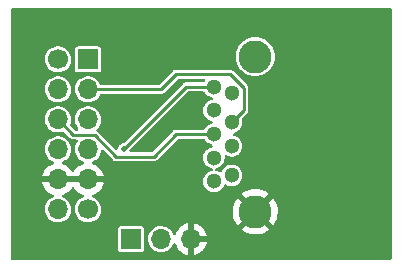
<source format=gbl>
%TF.GenerationSoftware,KiCad,Pcbnew,6.0.11-2627ca5db0~126~ubuntu22.04.1*%
%TF.CreationDate,2023-02-25T21:45:27+01:00*%
%TF.ProjectId,pmod,706d6f64-2e6b-4696-9361-645f70636258,0.7*%
%TF.SameCoordinates,Original*%
%TF.FileFunction,Copper,L2,Bot*%
%TF.FilePolarity,Positive*%
%FSLAX46Y46*%
G04 Gerber Fmt 4.6, Leading zero omitted, Abs format (unit mm)*
G04 Created by KiCad (PCBNEW 6.0.11-2627ca5db0~126~ubuntu22.04.1) date 2023-02-25 21:45:27*
%MOMM*%
%LPD*%
G01*
G04 APERTURE LIST*
%TA.AperFunction,ComponentPad*%
%ADD10R,1.700000X1.700000*%
%TD*%
%TA.AperFunction,ComponentPad*%
%ADD11O,1.700000X1.700000*%
%TD*%
%TA.AperFunction,ComponentPad*%
%ADD12C,1.700000*%
%TD*%
%TA.AperFunction,ComponentPad*%
%ADD13C,1.300000*%
%TD*%
%TA.AperFunction,ComponentPad*%
%ADD14C,2.800000*%
%TD*%
%TA.AperFunction,ViaPad*%
%ADD15C,0.500000*%
%TD*%
%TA.AperFunction,Conductor*%
%ADD16C,0.250000*%
%TD*%
G04 APERTURE END LIST*
D10*
%TO.P,J1,1,Pin_1*%
%TO.N,/D0*%
X143212400Y-68795480D03*
D11*
%TO.P,J1,2,Pin_2*%
%TO.N,/D1*%
X143212400Y-71335480D03*
%TO.P,J1,3,Pin_3*%
%TO.N,/D2*%
X143212400Y-73875480D03*
%TO.P,J1,4,Pin_4*%
%TO.N,/D3*%
X143212400Y-76415480D03*
%TO.P,J1,5,Pin_5*%
%TO.N,GND*%
X143212400Y-78955480D03*
D12*
%TO.P,J1,6,Pin_6*%
%TO.N,/3V3*%
X143212400Y-81495480D03*
%TO.P,J1,7,Pin_7*%
%TO.N,/D4*%
X140672400Y-68795480D03*
D11*
%TO.P,J1,8,Pin_8*%
%TO.N,/D5*%
X140672400Y-71335480D03*
%TO.P,J1,9,Pin_9*%
%TO.N,/D6*%
X140672400Y-73875480D03*
%TO.P,J1,10,Pin_10*%
%TO.N,/D7*%
X140672400Y-76415480D03*
%TO.P,J1,11,Pin_11*%
%TO.N,GND*%
X140672400Y-78955480D03*
%TO.P,J1,12,Pin_12*%
%TO.N,/3V3*%
X140672400Y-81495480D03*
%TD*%
D13*
%TO.P,J2,1,VBUS*%
%TO.N,/VBUS*%
X155383000Y-78615000D03*
%TO.P,J2,2,D-*%
%TO.N,/D5*%
X155383000Y-76115000D03*
%TO.P,J2,3,D+*%
%TO.N,/D1*%
X155383000Y-74115000D03*
%TO.P,J2,4,GND*%
%TO.N,GND*%
X155383000Y-71615000D03*
%TO.P,J2,5,SSRX-*%
%TO.N,/D3*%
X153883000Y-71115000D03*
%TO.P,J2,6,SSRX+*%
%TO.N,/D0*%
X153883000Y-73115000D03*
%TO.P,J2,7,DRAIN*%
%TO.N,/D6*%
X153883000Y-75115000D03*
%TO.P,J2,8,SSTX-*%
%TO.N,/D2*%
X153883000Y-77115000D03*
%TO.P,J2,9,SSTX+*%
%TO.N,/D7*%
X153883000Y-79115000D03*
D14*
%TO.P,J2,10,SHIELD*%
%TO.N,GND*%
X157383000Y-81685000D03*
%TO.P,J2,11*%
%TO.N,N/C*%
X157383000Y-68545000D03*
%TD*%
D10*
%TO.P,JP1,1,Pin_1*%
%TO.N,/3V3*%
X146870000Y-84005000D03*
D11*
%TO.P,JP1,2,Pin_2*%
%TO.N,/VBUS*%
X149410000Y-84005000D03*
%TO.P,JP1,3,Pin_3*%
%TO.N,GND*%
X151950000Y-84005000D03*
%TD*%
D15*
%TO.N,/D3*%
X146235000Y-76385000D03*
%TO.N,GND*%
X150680000Y-73845000D03*
%TD*%
D16*
%TO.N,/D1*%
X156408000Y-73090000D02*
X155383000Y-74115000D01*
X149379520Y-71335480D02*
X150680000Y-70035000D01*
X143212400Y-71335480D02*
X149379520Y-71335480D01*
X150680000Y-70035000D02*
X155252569Y-70035000D01*
X156408000Y-71190431D02*
X156408000Y-73090000D01*
X155252569Y-70035000D02*
X156408000Y-71190431D01*
%TO.N,/D3*%
X146235000Y-76385000D02*
X151505000Y-71115000D01*
X151505000Y-71115000D02*
X153883000Y-71115000D01*
%TO.N,/D6*%
X143770480Y-75190480D02*
X145600000Y-77020000D01*
X141987400Y-75190480D02*
X143770480Y-75190480D01*
X140672400Y-73875480D02*
X141987400Y-75190480D01*
X148775000Y-77020000D02*
X150680000Y-75115000D01*
X145600000Y-77020000D02*
X148775000Y-77020000D01*
X150680000Y-75115000D02*
X153883000Y-75115000D01*
%TD*%
%TA.AperFunction,Conductor*%
%TO.N,GND*%
G36*
X168881577Y-64463502D02*
G01*
X168928070Y-64517158D01*
X168939455Y-64569525D01*
X168936957Y-75298246D01*
X168934543Y-85660529D01*
X168914525Y-85728645D01*
X168860859Y-85775126D01*
X168808543Y-85786500D01*
X136832500Y-85786500D01*
X136764379Y-85766498D01*
X136717886Y-85712842D01*
X136706500Y-85660500D01*
X136706500Y-84879674D01*
X145769500Y-84879674D01*
X145784034Y-84952740D01*
X145839399Y-85035601D01*
X145922260Y-85090966D01*
X145995326Y-85105500D01*
X147744674Y-85105500D01*
X147817740Y-85090966D01*
X147900601Y-85035601D01*
X147955966Y-84952740D01*
X147970500Y-84879674D01*
X147970500Y-83976069D01*
X148305164Y-83976069D01*
X148318392Y-84177894D01*
X148368178Y-84373928D01*
X148452856Y-84557607D01*
X148456189Y-84562323D01*
X148555032Y-84702183D01*
X148569588Y-84722780D01*
X148714466Y-84863913D01*
X148719270Y-84867123D01*
X148786651Y-84912146D01*
X148882637Y-84976282D01*
X148887940Y-84978560D01*
X148887943Y-84978562D01*
X149051409Y-85048792D01*
X149068470Y-85056122D01*
X149265740Y-85100760D01*
X149271509Y-85100987D01*
X149271512Y-85100987D01*
X149347683Y-85103979D01*
X149467842Y-85108700D01*
X149554132Y-85096189D01*
X149662286Y-85080508D01*
X149662291Y-85080507D01*
X149668007Y-85079678D01*
X149673479Y-85077820D01*
X149673481Y-85077820D01*
X149854067Y-85016519D01*
X149854069Y-85016518D01*
X149859531Y-85014664D01*
X150036001Y-84915837D01*
X150098433Y-84863913D01*
X150187073Y-84790191D01*
X150191505Y-84786505D01*
X150320837Y-84631001D01*
X150419664Y-84454531D01*
X150423419Y-84443468D01*
X150464254Y-84385392D01*
X150530006Y-84358611D01*
X150599799Y-84371630D01*
X150651473Y-84420315D01*
X150659476Y-84436563D01*
X150731770Y-84614603D01*
X150736413Y-84623794D01*
X150847694Y-84805388D01*
X150853777Y-84813699D01*
X150993213Y-84974667D01*
X151000580Y-84981883D01*
X151164434Y-85117916D01*
X151172881Y-85123831D01*
X151356756Y-85231279D01*
X151366042Y-85235729D01*
X151565001Y-85311703D01*
X151574899Y-85314579D01*
X151678250Y-85335606D01*
X151692299Y-85334410D01*
X151696000Y-85324065D01*
X151696000Y-85323517D01*
X152204000Y-85323517D01*
X152208064Y-85337359D01*
X152221478Y-85339393D01*
X152228184Y-85338534D01*
X152238262Y-85336392D01*
X152442255Y-85275191D01*
X152451842Y-85271433D01*
X152643095Y-85177739D01*
X152651945Y-85172464D01*
X152825328Y-85048792D01*
X152833200Y-85042139D01*
X152984052Y-84891812D01*
X152990730Y-84883965D01*
X153115003Y-84711020D01*
X153120313Y-84702183D01*
X153214670Y-84511267D01*
X153218469Y-84501672D01*
X153280377Y-84297910D01*
X153282555Y-84287837D01*
X153283986Y-84276962D01*
X153281775Y-84262778D01*
X153268617Y-84259000D01*
X152222115Y-84259000D01*
X152206876Y-84263475D01*
X152205671Y-84264865D01*
X152204000Y-84272548D01*
X152204000Y-85323517D01*
X151696000Y-85323517D01*
X151696000Y-83732885D01*
X152204000Y-83732885D01*
X152208475Y-83748124D01*
X152209865Y-83749329D01*
X152217548Y-83751000D01*
X153268344Y-83751000D01*
X153281875Y-83747027D01*
X153283180Y-83737947D01*
X153241214Y-83570875D01*
X153237894Y-83561124D01*
X153152972Y-83365814D01*
X153148105Y-83356739D01*
X153048522Y-83202806D01*
X156230361Y-83202806D01*
X156237751Y-83213108D01*
X156279630Y-83247203D01*
X156286909Y-83252318D01*
X156510756Y-83387085D01*
X156518670Y-83391118D01*
X156759286Y-83493006D01*
X156767691Y-83495883D01*
X157020257Y-83562850D01*
X157028989Y-83564516D01*
X157288474Y-83595227D01*
X157297340Y-83595645D01*
X157558561Y-83589490D01*
X157567414Y-83588653D01*
X157825162Y-83545752D01*
X157833796Y-83543679D01*
X158082930Y-83464888D01*
X158091192Y-83461617D01*
X158326731Y-83348513D01*
X158334455Y-83344107D01*
X158528268Y-83214606D01*
X158536556Y-83204688D01*
X158529299Y-83190509D01*
X157395812Y-82057022D01*
X157381868Y-82049408D01*
X157380035Y-82049539D01*
X157373420Y-82053790D01*
X156237527Y-83189683D01*
X156230361Y-83202806D01*
X153048522Y-83202806D01*
X153032426Y-83177926D01*
X153026136Y-83169757D01*
X152882806Y-83012240D01*
X152875273Y-83005215D01*
X152708139Y-82873222D01*
X152699552Y-82867517D01*
X152513117Y-82764599D01*
X152503705Y-82760369D01*
X152302959Y-82689280D01*
X152292988Y-82686646D01*
X152221837Y-82673972D01*
X152208540Y-82675432D01*
X152204000Y-82689989D01*
X152204000Y-83732885D01*
X151696000Y-83732885D01*
X151696000Y-82688102D01*
X151692082Y-82674758D01*
X151677806Y-82672771D01*
X151639324Y-82678660D01*
X151629288Y-82681051D01*
X151426868Y-82747212D01*
X151417359Y-82751209D01*
X151228463Y-82849542D01*
X151219738Y-82855036D01*
X151049433Y-82982905D01*
X151041726Y-82989748D01*
X150894590Y-83143717D01*
X150888104Y-83151727D01*
X150768098Y-83327649D01*
X150763000Y-83336623D01*
X150673338Y-83529783D01*
X150669776Y-83539465D01*
X150663684Y-83561432D01*
X150626204Y-83621730D01*
X150562074Y-83652191D01*
X150491656Y-83643147D01*
X150437307Y-83597467D01*
X150429261Y-83583486D01*
X150428555Y-83582053D01*
X150352351Y-83427527D01*
X150334079Y-83403057D01*
X150234788Y-83270091D01*
X150234787Y-83270090D01*
X150231335Y-83265467D01*
X150227099Y-83261551D01*
X150087053Y-83132094D01*
X150087051Y-83132092D01*
X150082812Y-83128174D01*
X150055374Y-83110862D01*
X149916637Y-83023325D01*
X149911757Y-83020246D01*
X149723898Y-82945298D01*
X149525526Y-82905839D01*
X149519752Y-82905763D01*
X149519748Y-82905763D01*
X149417257Y-82904422D01*
X149323286Y-82903192D01*
X149317589Y-82904171D01*
X149317588Y-82904171D01*
X149129646Y-82936465D01*
X149129645Y-82936465D01*
X149123949Y-82937444D01*
X148934193Y-83007449D01*
X148760371Y-83110862D01*
X148608305Y-83244220D01*
X148483089Y-83403057D01*
X148388914Y-83582053D01*
X148328937Y-83775213D01*
X148305164Y-83976069D01*
X147970500Y-83976069D01*
X147970500Y-83130326D01*
X147955966Y-83057260D01*
X147900601Y-82974399D01*
X147817740Y-82919034D01*
X147744674Y-82904500D01*
X145995326Y-82904500D01*
X145922260Y-82919034D01*
X145839399Y-82974399D01*
X145784034Y-83057260D01*
X145769500Y-83130326D01*
X145769500Y-84879674D01*
X136706500Y-84879674D01*
X136706500Y-79223446D01*
X139340657Y-79223446D01*
X139370965Y-79357926D01*
X139374045Y-79367755D01*
X139454170Y-79565083D01*
X139458813Y-79574274D01*
X139570094Y-79755868D01*
X139576177Y-79764179D01*
X139715613Y-79925147D01*
X139722980Y-79932363D01*
X139886834Y-80068396D01*
X139895281Y-80074311D01*
X140079156Y-80181759D01*
X140088442Y-80186209D01*
X140243202Y-80245305D01*
X140299705Y-80288292D01*
X140323998Y-80355003D01*
X140308368Y-80424258D01*
X140257777Y-80474068D01*
X140241865Y-80481227D01*
X140202006Y-80495932D01*
X140196593Y-80497929D01*
X140022771Y-80601342D01*
X139870705Y-80734700D01*
X139745489Y-80893537D01*
X139651314Y-81072533D01*
X139591337Y-81265693D01*
X139567564Y-81466549D01*
X139580792Y-81668374D01*
X139630578Y-81864408D01*
X139715256Y-82048087D01*
X139721571Y-82057022D01*
X139791756Y-82156332D01*
X139831988Y-82213260D01*
X139976866Y-82354393D01*
X140145037Y-82466762D01*
X140150340Y-82469040D01*
X140150343Y-82469042D01*
X140238691Y-82506999D01*
X140330870Y-82546602D01*
X140528140Y-82591240D01*
X140533909Y-82591467D01*
X140533912Y-82591467D01*
X140610083Y-82594459D01*
X140730242Y-82599180D01*
X140835794Y-82583876D01*
X140924686Y-82570988D01*
X140924691Y-82570987D01*
X140930407Y-82570158D01*
X140935879Y-82568300D01*
X140935881Y-82568300D01*
X141116467Y-82506999D01*
X141116469Y-82506998D01*
X141121931Y-82505144D01*
X141244417Y-82436549D01*
X141293364Y-82409138D01*
X141293365Y-82409137D01*
X141298401Y-82406317D01*
X141360833Y-82354393D01*
X141449473Y-82280671D01*
X141453905Y-82276985D01*
X141583237Y-82121481D01*
X141682064Y-81945011D01*
X141747078Y-81753487D01*
X141747907Y-81747771D01*
X141747908Y-81747766D01*
X141775567Y-81556996D01*
X141776100Y-81553322D01*
X141777615Y-81495480D01*
X141759108Y-81294071D01*
X141704207Y-81099406D01*
X141614751Y-80918007D01*
X141602800Y-80902002D01*
X141497188Y-80760571D01*
X141497187Y-80760570D01*
X141493735Y-80755947D01*
X141470750Y-80734700D01*
X141349453Y-80622574D01*
X141349451Y-80622572D01*
X141345212Y-80618654D01*
X141317774Y-80601342D01*
X141179037Y-80513805D01*
X141174157Y-80510726D01*
X141097853Y-80480284D01*
X141041994Y-80436463D01*
X141018693Y-80369399D01*
X141035349Y-80300384D01*
X141086673Y-80251330D01*
X141108335Y-80242569D01*
X141164644Y-80225675D01*
X141174242Y-80221913D01*
X141365495Y-80128219D01*
X141374345Y-80122944D01*
X141547728Y-79999272D01*
X141555600Y-79992619D01*
X141706452Y-79842292D01*
X141713130Y-79834445D01*
X141840422Y-79657299D01*
X141841547Y-79658107D01*
X141889069Y-79614356D01*
X141959007Y-79602141D01*
X142024446Y-79629677D01*
X142052270Y-79661508D01*
X142110090Y-79755863D01*
X142116177Y-79764179D01*
X142255613Y-79925147D01*
X142262980Y-79932363D01*
X142426834Y-80068396D01*
X142435281Y-80074311D01*
X142619156Y-80181759D01*
X142628442Y-80186209D01*
X142783202Y-80245305D01*
X142839705Y-80288292D01*
X142863998Y-80355003D01*
X142848368Y-80424258D01*
X142797777Y-80474068D01*
X142781865Y-80481227D01*
X142742006Y-80495932D01*
X142736593Y-80497929D01*
X142562771Y-80601342D01*
X142410705Y-80734700D01*
X142285489Y-80893537D01*
X142191314Y-81072533D01*
X142131337Y-81265693D01*
X142107564Y-81466549D01*
X142120792Y-81668374D01*
X142170578Y-81864408D01*
X142255256Y-82048087D01*
X142261571Y-82057022D01*
X142331756Y-82156332D01*
X142371988Y-82213260D01*
X142516866Y-82354393D01*
X142685037Y-82466762D01*
X142690340Y-82469040D01*
X142690343Y-82469042D01*
X142778691Y-82506999D01*
X142870870Y-82546602D01*
X143068140Y-82591240D01*
X143073909Y-82591467D01*
X143073912Y-82591467D01*
X143150083Y-82594459D01*
X143270242Y-82599180D01*
X143375794Y-82583876D01*
X143464686Y-82570988D01*
X143464691Y-82570987D01*
X143470407Y-82570158D01*
X143475879Y-82568300D01*
X143475881Y-82568300D01*
X143656467Y-82506999D01*
X143656469Y-82506998D01*
X143661931Y-82505144D01*
X143784417Y-82436549D01*
X143833364Y-82409138D01*
X143833365Y-82409137D01*
X143838401Y-82406317D01*
X143900833Y-82354393D01*
X143989473Y-82280671D01*
X143993905Y-82276985D01*
X144123237Y-82121481D01*
X144222064Y-81945011D01*
X144287078Y-81753487D01*
X144287907Y-81747771D01*
X144287908Y-81747766D01*
X144305074Y-81629367D01*
X155471245Y-81629367D01*
X155481503Y-81890459D01*
X155482478Y-81899288D01*
X155529422Y-82156332D01*
X155531631Y-82164934D01*
X155614324Y-82412796D01*
X155617728Y-82421014D01*
X155734519Y-82654750D01*
X155739043Y-82662398D01*
X155854352Y-82829235D01*
X155864673Y-82837589D01*
X155878323Y-82830467D01*
X157010978Y-81697812D01*
X157017356Y-81686132D01*
X157747408Y-81686132D01*
X157747539Y-81687965D01*
X157751790Y-81694580D01*
X158888517Y-82831307D01*
X158901917Y-82838624D01*
X158911821Y-82831637D01*
X158927686Y-82812763D01*
X158932905Y-82805580D01*
X159071171Y-82583876D01*
X159075333Y-82576017D01*
X159180988Y-82337030D01*
X159183994Y-82328680D01*
X159254921Y-82077192D01*
X159256722Y-82068499D01*
X159291672Y-81808292D01*
X159292200Y-81801899D01*
X159295773Y-81688222D01*
X159295646Y-81681779D01*
X159277106Y-81419923D01*
X159275853Y-81411119D01*
X159220858Y-81155677D01*
X159218379Y-81147144D01*
X159127941Y-80902002D01*
X159124286Y-80893907D01*
X159000206Y-80663947D01*
X158995447Y-80656449D01*
X158910759Y-80541790D01*
X158899631Y-80533348D01*
X158887038Y-80540172D01*
X157755022Y-81672188D01*
X157747408Y-81686132D01*
X157017356Y-81686132D01*
X157018592Y-81683868D01*
X157018461Y-81682035D01*
X157014210Y-81675420D01*
X155878819Y-80540029D01*
X155865978Y-80533017D01*
X155855289Y-80540813D01*
X155803663Y-80606299D01*
X155798658Y-80613663D01*
X155667420Y-80839605D01*
X155663516Y-80847575D01*
X155565420Y-81089763D01*
X155562676Y-81098207D01*
X155499683Y-81351800D01*
X155498156Y-81360551D01*
X155471524Y-81620483D01*
X155471245Y-81629367D01*
X144305074Y-81629367D01*
X144315567Y-81556996D01*
X144316100Y-81553322D01*
X144317615Y-81495480D01*
X144299108Y-81294071D01*
X144244207Y-81099406D01*
X144154751Y-80918007D01*
X144142800Y-80902002D01*
X144037188Y-80760571D01*
X144037187Y-80760570D01*
X144033735Y-80755947D01*
X144010750Y-80734700D01*
X143889453Y-80622574D01*
X143889451Y-80622572D01*
X143885212Y-80618654D01*
X143857774Y-80601342D01*
X143719037Y-80513805D01*
X143714157Y-80510726D01*
X143637853Y-80480284D01*
X143581994Y-80436463D01*
X143558693Y-80369399D01*
X143575349Y-80300384D01*
X143626673Y-80251330D01*
X143648335Y-80242569D01*
X143704644Y-80225675D01*
X143714242Y-80221913D01*
X143824929Y-80167688D01*
X156231045Y-80167688D01*
X156238025Y-80180815D01*
X157370188Y-81312978D01*
X157384132Y-81320592D01*
X157385965Y-81320461D01*
X157392580Y-81316210D01*
X158527804Y-80180986D01*
X158534658Y-80168434D01*
X158526450Y-80157363D01*
X158436762Y-80088916D01*
X158429313Y-80084023D01*
X158201353Y-79956359D01*
X158193303Y-79952571D01*
X157949617Y-79858295D01*
X157941127Y-79855683D01*
X157686578Y-79796683D01*
X157677800Y-79795293D01*
X157417478Y-79772746D01*
X157408607Y-79772606D01*
X157147696Y-79786965D01*
X157138886Y-79788079D01*
X156882607Y-79839055D01*
X156874050Y-79841396D01*
X156627496Y-79927980D01*
X156619362Y-79931500D01*
X156387477Y-80051955D01*
X156379905Y-80056594D01*
X156239447Y-80156967D01*
X156231045Y-80167688D01*
X143824929Y-80167688D01*
X143905495Y-80128219D01*
X143914345Y-80122944D01*
X144087728Y-79999272D01*
X144095600Y-79992619D01*
X144246452Y-79842292D01*
X144253130Y-79834445D01*
X144377403Y-79661500D01*
X144382713Y-79652663D01*
X144477070Y-79461747D01*
X144480869Y-79452152D01*
X144542777Y-79248390D01*
X144544955Y-79238317D01*
X144546386Y-79227442D01*
X144544175Y-79213258D01*
X144531017Y-79209480D01*
X139355625Y-79209480D01*
X139342094Y-79213453D01*
X139340657Y-79223446D01*
X136706500Y-79223446D01*
X136706500Y-78689663D01*
X139336789Y-78689663D01*
X139338312Y-78698087D01*
X139350692Y-78701480D01*
X144530744Y-78701480D01*
X144544275Y-78697507D01*
X144545580Y-78688427D01*
X144503614Y-78521355D01*
X144500294Y-78511604D01*
X144415372Y-78316294D01*
X144410505Y-78307219D01*
X144294826Y-78128406D01*
X144288536Y-78120237D01*
X144145206Y-77962720D01*
X144137673Y-77955695D01*
X143970539Y-77823702D01*
X143961952Y-77817997D01*
X143775517Y-77715079D01*
X143766105Y-77710849D01*
X143645700Y-77668211D01*
X143588164Y-77626617D01*
X143562248Y-77560519D01*
X143576182Y-77490903D01*
X143625541Y-77439872D01*
X143647255Y-77430126D01*
X143651297Y-77428754D01*
X143656470Y-77426998D01*
X143656472Y-77426997D01*
X143661931Y-77425144D01*
X143838401Y-77326317D01*
X143900833Y-77274393D01*
X143989473Y-77200671D01*
X143993905Y-77196985D01*
X144123237Y-77041481D01*
X144222064Y-76865011D01*
X144260087Y-76753001D01*
X144285220Y-76678961D01*
X144285220Y-76678959D01*
X144287078Y-76673487D01*
X144287907Y-76667771D01*
X144287908Y-76667766D01*
X144301246Y-76575771D01*
X144306144Y-76541986D01*
X144335713Y-76477442D01*
X144395485Y-76439129D01*
X144466482Y-76439213D01*
X144519935Y-76470972D01*
X145296652Y-77247689D01*
X145311377Y-77265920D01*
X145312778Y-77267460D01*
X145318428Y-77276210D01*
X145326606Y-77282657D01*
X145344465Y-77296736D01*
X145348832Y-77300617D01*
X145348898Y-77300539D01*
X145352856Y-77303893D01*
X145356538Y-77307575D01*
X145360769Y-77310598D01*
X145360772Y-77310601D01*
X145364351Y-77313158D01*
X145372052Y-77318661D01*
X145376781Y-77322212D01*
X145416600Y-77353603D01*
X145425149Y-77356605D01*
X145432519Y-77361872D01*
X145465797Y-77371824D01*
X145481070Y-77376392D01*
X145486714Y-77378226D01*
X145527065Y-77392396D01*
X145527071Y-77392397D01*
X145534548Y-77395023D01*
X145540055Y-77395500D01*
X145542762Y-77395500D01*
X145545335Y-77395611D01*
X145545494Y-77395659D01*
X145545488Y-77395803D01*
X145546108Y-77395842D01*
X145552287Y-77397690D01*
X145605556Y-77395597D01*
X145610502Y-77395500D01*
X148721504Y-77395500D01*
X148744801Y-77397979D01*
X148746886Y-77398077D01*
X148757066Y-77400269D01*
X148789984Y-77396373D01*
X148795821Y-77396029D01*
X148795813Y-77395928D01*
X148800992Y-77395500D01*
X148806193Y-77395500D01*
X148811321Y-77394646D01*
X148811327Y-77394646D01*
X148824987Y-77392372D01*
X148830863Y-77391535D01*
X148835952Y-77390933D01*
X148881210Y-77385576D01*
X148889377Y-77381654D01*
X148898313Y-77380167D01*
X148907475Y-77375223D01*
X148907479Y-77375222D01*
X148942929Y-77356094D01*
X148948220Y-77353398D01*
X148986749Y-77334897D01*
X148986750Y-77334896D01*
X148993900Y-77331463D01*
X148998131Y-77327906D01*
X149000063Y-77325974D01*
X149001937Y-77324255D01*
X149002074Y-77324181D01*
X149002174Y-77324291D01*
X149002654Y-77323868D01*
X149008329Y-77320806D01*
X149017763Y-77310601D01*
X149044540Y-77281633D01*
X149047970Y-77278067D01*
X150798632Y-75527405D01*
X150860944Y-75493379D01*
X150887727Y-75490500D01*
X152987241Y-75490500D01*
X153055362Y-75510502D01*
X153096360Y-75553500D01*
X153103741Y-75566284D01*
X153150467Y-75647216D01*
X153154885Y-75652123D01*
X153154886Y-75652124D01*
X153245717Y-75753001D01*
X153277129Y-75787888D01*
X153282468Y-75791767D01*
X153412855Y-75886498D01*
X153430270Y-75899151D01*
X153603197Y-75976144D01*
X153656233Y-75987417D01*
X153676632Y-75991753D01*
X153739105Y-76025481D01*
X153773427Y-76087631D01*
X153768699Y-76158470D01*
X153726423Y-76215508D01*
X153676632Y-76238247D01*
X153603197Y-76253856D01*
X153430270Y-76330849D01*
X153424929Y-76334729D01*
X153424928Y-76334730D01*
X153364239Y-76378823D01*
X153277129Y-76442112D01*
X153272716Y-76447014D01*
X153272714Y-76447015D01*
X153154886Y-76577876D01*
X153150467Y-76582784D01*
X153147164Y-76588505D01*
X153116498Y-76641621D01*
X153055821Y-76746716D01*
X152997326Y-76926744D01*
X152996636Y-76933305D01*
X152996636Y-76933307D01*
X152978899Y-77102074D01*
X152977540Y-77115000D01*
X152978230Y-77121565D01*
X152994679Y-77278067D01*
X152997326Y-77303256D01*
X153055821Y-77483284D01*
X153059124Y-77489006D01*
X153059125Y-77489007D01*
X153131179Y-77613809D01*
X153150467Y-77647216D01*
X153154885Y-77652123D01*
X153154886Y-77652124D01*
X153248908Y-77756545D01*
X153277129Y-77787888D01*
X153430270Y-77899151D01*
X153603197Y-77976144D01*
X153671718Y-77990708D01*
X153676632Y-77991753D01*
X153739105Y-78025481D01*
X153773427Y-78087631D01*
X153768699Y-78158470D01*
X153726423Y-78215508D01*
X153676632Y-78238247D01*
X153603197Y-78253856D01*
X153430270Y-78330849D01*
X153424929Y-78334729D01*
X153424928Y-78334730D01*
X153382640Y-78365454D01*
X153277129Y-78442112D01*
X153272716Y-78447014D01*
X153272714Y-78447015D01*
X153234055Y-78489950D01*
X153150467Y-78582784D01*
X153147164Y-78588505D01*
X153088761Y-78689663D01*
X153055821Y-78746716D01*
X152997326Y-78926744D01*
X152996636Y-78933305D01*
X152996636Y-78933307D01*
X152990782Y-78989007D01*
X152977540Y-79115000D01*
X152978230Y-79121565D01*
X152987888Y-79213453D01*
X152997326Y-79303256D01*
X153055821Y-79483284D01*
X153150467Y-79647216D01*
X153154885Y-79652123D01*
X153154886Y-79652124D01*
X153163336Y-79661508D01*
X153277129Y-79787888D01*
X153430270Y-79899151D01*
X153603197Y-79976144D01*
X153701212Y-79996978D01*
X153781897Y-80014128D01*
X153781901Y-80014128D01*
X153788354Y-80015500D01*
X153977646Y-80015500D01*
X153984099Y-80014128D01*
X153984103Y-80014128D01*
X154064788Y-79996978D01*
X154162803Y-79976144D01*
X154335730Y-79899151D01*
X154488871Y-79787888D01*
X154602665Y-79661508D01*
X154611114Y-79652124D01*
X154611115Y-79652123D01*
X154615533Y-79647216D01*
X154710179Y-79483284D01*
X154720737Y-79450790D01*
X154760810Y-79392184D01*
X154826206Y-79364546D01*
X154896163Y-79376652D01*
X154914629Y-79387788D01*
X154924925Y-79395268D01*
X154930270Y-79399151D01*
X155103197Y-79476144D01*
X155201212Y-79496978D01*
X155281897Y-79514128D01*
X155281901Y-79514128D01*
X155288354Y-79515500D01*
X155477646Y-79515500D01*
X155484099Y-79514128D01*
X155484103Y-79514128D01*
X155564788Y-79496978D01*
X155662803Y-79476144D01*
X155835730Y-79399151D01*
X155845320Y-79392184D01*
X155983532Y-79291767D01*
X155988871Y-79287888D01*
X156024436Y-79248390D01*
X156111114Y-79152124D01*
X156111115Y-79152123D01*
X156115533Y-79147216D01*
X156210179Y-78983284D01*
X156268674Y-78803256D01*
X156274617Y-78746716D01*
X156287770Y-78621565D01*
X156288460Y-78615000D01*
X156268674Y-78426744D01*
X156210179Y-78246716D01*
X156205290Y-78238247D01*
X156118836Y-78088505D01*
X156115533Y-78082784D01*
X156054950Y-78015500D01*
X155993286Y-77947015D01*
X155993284Y-77947014D01*
X155988871Y-77942112D01*
X155835730Y-77830849D01*
X155662803Y-77753856D01*
X155564788Y-77733022D01*
X155484103Y-77715872D01*
X155484099Y-77715872D01*
X155477646Y-77714500D01*
X155288354Y-77714500D01*
X155281901Y-77715872D01*
X155281897Y-77715872D01*
X155201212Y-77733022D01*
X155103197Y-77753856D01*
X154930270Y-77830849D01*
X154777129Y-77942112D01*
X154772716Y-77947014D01*
X154772714Y-77947015D01*
X154711050Y-78015500D01*
X154650467Y-78082784D01*
X154647164Y-78088505D01*
X154560711Y-78238247D01*
X154555821Y-78246716D01*
X154553779Y-78253001D01*
X154553778Y-78253003D01*
X154545263Y-78279210D01*
X154505190Y-78337816D01*
X154439794Y-78365454D01*
X154369837Y-78353348D01*
X154351371Y-78342212D01*
X154341075Y-78334732D01*
X154341072Y-78334730D01*
X154335730Y-78330849D01*
X154162803Y-78253856D01*
X154089368Y-78238247D01*
X154026895Y-78204519D01*
X153992573Y-78142369D01*
X153997301Y-78071530D01*
X154039577Y-78014492D01*
X154089368Y-77991753D01*
X154094282Y-77990708D01*
X154162803Y-77976144D01*
X154335730Y-77899151D01*
X154488871Y-77787888D01*
X154517093Y-77756545D01*
X154611114Y-77652124D01*
X154611115Y-77652123D01*
X154615533Y-77647216D01*
X154634821Y-77613809D01*
X154706875Y-77489007D01*
X154706876Y-77489006D01*
X154710179Y-77483284D01*
X154768674Y-77303256D01*
X154771322Y-77278067D01*
X154787770Y-77121565D01*
X154788460Y-77115000D01*
X154780510Y-77039359D01*
X154793282Y-76969521D01*
X154841784Y-76917674D01*
X154910617Y-76900280D01*
X154957065Y-76911081D01*
X155103197Y-76976144D01*
X155201212Y-76996978D01*
X155281897Y-77014128D01*
X155281901Y-77014128D01*
X155288354Y-77015500D01*
X155477646Y-77015500D01*
X155484099Y-77014128D01*
X155484103Y-77014128D01*
X155564788Y-76996978D01*
X155662803Y-76976144D01*
X155835730Y-76899151D01*
X155890241Y-76859547D01*
X155983532Y-76791767D01*
X155988871Y-76787888D01*
X155997049Y-76778806D01*
X156111114Y-76652124D01*
X156111115Y-76652123D01*
X156115533Y-76647216D01*
X156156782Y-76575771D01*
X156206875Y-76489007D01*
X156206876Y-76489006D01*
X156210179Y-76483284D01*
X156268674Y-76303256D01*
X156273584Y-76256545D01*
X156287770Y-76121565D01*
X156288460Y-76115000D01*
X156280510Y-76039359D01*
X156269364Y-75933307D01*
X156269364Y-75933305D01*
X156268674Y-75926744D01*
X156210179Y-75746716D01*
X156115533Y-75582784D01*
X156111114Y-75577876D01*
X155993286Y-75447015D01*
X155993284Y-75447014D01*
X155988871Y-75442112D01*
X155859232Y-75347924D01*
X155841072Y-75334730D01*
X155841071Y-75334729D01*
X155835730Y-75330849D01*
X155662803Y-75253856D01*
X155589368Y-75238247D01*
X155526895Y-75204519D01*
X155492573Y-75142369D01*
X155497301Y-75071530D01*
X155539577Y-75014492D01*
X155589368Y-74991753D01*
X155594282Y-74990708D01*
X155662803Y-74976144D01*
X155835730Y-74899151D01*
X155848191Y-74890098D01*
X155983532Y-74791767D01*
X155988871Y-74787888D01*
X156014183Y-74759777D01*
X156111114Y-74652124D01*
X156111115Y-74652123D01*
X156115533Y-74647216D01*
X156210179Y-74483284D01*
X156268674Y-74303256D01*
X156273584Y-74256545D01*
X156287770Y-74121565D01*
X156288460Y-74115000D01*
X156280510Y-74039359D01*
X156269364Y-73933307D01*
X156269364Y-73933305D01*
X156268674Y-73926744D01*
X156251731Y-73874599D01*
X156249703Y-73803632D01*
X156282469Y-73746568D01*
X156635689Y-73393348D01*
X156653920Y-73378623D01*
X156655460Y-73377222D01*
X156664210Y-73371572D01*
X156684736Y-73345535D01*
X156688617Y-73341168D01*
X156688539Y-73341102D01*
X156691893Y-73337144D01*
X156695575Y-73333462D01*
X156706661Y-73317948D01*
X156710217Y-73313212D01*
X156718066Y-73303256D01*
X156741603Y-73273400D01*
X156744605Y-73264851D01*
X156749872Y-73257481D01*
X156764396Y-73208917D01*
X156766231Y-73203270D01*
X156780395Y-73162936D01*
X156780395Y-73162935D01*
X156783023Y-73155452D01*
X156783500Y-73149945D01*
X156783500Y-73147238D01*
X156783611Y-73144668D01*
X156783659Y-73144506D01*
X156783804Y-73144512D01*
X156783843Y-73143892D01*
X156785691Y-73137713D01*
X156783597Y-73084419D01*
X156783500Y-73079473D01*
X156783500Y-71243928D01*
X156785979Y-71220640D01*
X156786078Y-71218542D01*
X156788269Y-71208365D01*
X156784373Y-71175447D01*
X156784029Y-71169610D01*
X156783928Y-71169618D01*
X156783500Y-71164439D01*
X156783500Y-71159238D01*
X156780372Y-71140444D01*
X156779535Y-71134568D01*
X156774800Y-71094564D01*
X156773576Y-71084221D01*
X156769654Y-71076054D01*
X156768167Y-71067118D01*
X156763223Y-71057956D01*
X156763222Y-71057952D01*
X156744094Y-71022502D01*
X156741398Y-71017211D01*
X156722897Y-70978682D01*
X156722896Y-70978681D01*
X156719463Y-70971531D01*
X156715906Y-70967300D01*
X156713974Y-70965368D01*
X156712255Y-70963494D01*
X156712181Y-70963357D01*
X156712291Y-70963257D01*
X156711868Y-70962777D01*
X156708806Y-70957102D01*
X156669632Y-70920890D01*
X156666067Y-70917461D01*
X155555917Y-69807311D01*
X155541192Y-69789080D01*
X155539791Y-69787540D01*
X155534141Y-69778790D01*
X155508104Y-69758264D01*
X155503737Y-69754383D01*
X155503671Y-69754461D01*
X155499713Y-69751107D01*
X155496031Y-69747425D01*
X155491800Y-69744402D01*
X155491797Y-69744399D01*
X155486978Y-69740956D01*
X155480517Y-69736339D01*
X155475781Y-69732783D01*
X155435969Y-69701397D01*
X155427420Y-69698395D01*
X155420050Y-69693128D01*
X155386772Y-69683176D01*
X155371499Y-69678608D01*
X155365855Y-69676774D01*
X155325504Y-69662604D01*
X155325498Y-69662603D01*
X155318021Y-69659977D01*
X155312514Y-69659500D01*
X155309807Y-69659500D01*
X155307234Y-69659389D01*
X155307075Y-69659341D01*
X155307081Y-69659197D01*
X155306461Y-69659158D01*
X155300282Y-69657310D01*
X155247014Y-69659403D01*
X155242067Y-69659500D01*
X150733496Y-69659500D01*
X150710208Y-69657021D01*
X150708110Y-69656922D01*
X150697933Y-69654731D01*
X150666037Y-69658506D01*
X150665015Y-69658627D01*
X150659179Y-69658971D01*
X150659187Y-69659072D01*
X150654008Y-69659500D01*
X150648807Y-69659500D01*
X150643677Y-69660354D01*
X150643675Y-69660354D01*
X150630008Y-69662629D01*
X150624131Y-69663466D01*
X150573790Y-69669424D01*
X150565623Y-69673346D01*
X150556687Y-69674833D01*
X150547525Y-69679777D01*
X150547521Y-69679778D01*
X150512071Y-69698906D01*
X150506780Y-69701602D01*
X150470763Y-69718897D01*
X150461100Y-69723537D01*
X150456869Y-69727094D01*
X150454937Y-69729026D01*
X150453063Y-69730745D01*
X150452926Y-69730819D01*
X150452826Y-69730709D01*
X150452346Y-69731132D01*
X150446671Y-69734194D01*
X150439602Y-69741841D01*
X150439601Y-69741842D01*
X150410460Y-69773367D01*
X150407030Y-69776933D01*
X149260888Y-70923075D01*
X149198576Y-70957101D01*
X149171793Y-70959980D01*
X144332705Y-70959980D01*
X144264584Y-70939978D01*
X144219699Y-70889709D01*
X144154751Y-70758007D01*
X144151271Y-70753346D01*
X144037188Y-70600571D01*
X144037187Y-70600570D01*
X144033735Y-70595947D01*
X144029499Y-70592031D01*
X143889453Y-70462574D01*
X143889451Y-70462572D01*
X143885212Y-70458654D01*
X143880329Y-70455573D01*
X143719037Y-70353805D01*
X143714157Y-70350726D01*
X143526298Y-70275778D01*
X143327926Y-70236319D01*
X143322152Y-70236243D01*
X143322148Y-70236243D01*
X143219657Y-70234902D01*
X143125686Y-70233672D01*
X143119989Y-70234651D01*
X143119988Y-70234651D01*
X142932046Y-70266945D01*
X142932045Y-70266945D01*
X142926349Y-70267924D01*
X142736593Y-70337929D01*
X142731632Y-70340881D01*
X142731631Y-70340881D01*
X142609773Y-70413379D01*
X142562771Y-70441342D01*
X142410705Y-70574700D01*
X142285489Y-70733537D01*
X142191314Y-70912533D01*
X142131337Y-71105693D01*
X142107564Y-71306549D01*
X142120792Y-71508374D01*
X142140955Y-71587766D01*
X142168731Y-71697134D01*
X142170578Y-71704408D01*
X142255256Y-71888087D01*
X142371988Y-72053260D01*
X142516866Y-72194393D01*
X142685037Y-72306762D01*
X142690340Y-72309040D01*
X142690343Y-72309042D01*
X142778691Y-72346999D01*
X142870870Y-72386602D01*
X143068140Y-72431240D01*
X143073909Y-72431467D01*
X143073912Y-72431467D01*
X143150083Y-72434459D01*
X143270242Y-72439180D01*
X143356532Y-72426669D01*
X143464686Y-72410988D01*
X143464691Y-72410987D01*
X143470407Y-72410158D01*
X143475879Y-72408300D01*
X143475881Y-72408300D01*
X143656467Y-72346999D01*
X143656469Y-72346998D01*
X143661931Y-72345144D01*
X143784417Y-72276549D01*
X143833364Y-72249138D01*
X143833365Y-72249137D01*
X143838401Y-72246317D01*
X143900833Y-72194393D01*
X143989473Y-72120671D01*
X143993905Y-72116985D01*
X144123237Y-71961481D01*
X144222064Y-71785011D01*
X144222255Y-71784449D01*
X144267147Y-71731635D01*
X144336272Y-71710980D01*
X149326024Y-71710980D01*
X149349321Y-71713459D01*
X149351406Y-71713557D01*
X149361586Y-71715749D01*
X149394504Y-71711853D01*
X149400341Y-71711509D01*
X149400333Y-71711408D01*
X149405512Y-71710980D01*
X149410713Y-71710980D01*
X149415841Y-71710126D01*
X149415847Y-71710126D01*
X149429507Y-71707852D01*
X149435383Y-71707015D01*
X149440472Y-71706413D01*
X149485730Y-71701056D01*
X149493897Y-71697134D01*
X149502833Y-71695647D01*
X149511995Y-71690703D01*
X149511999Y-71690702D01*
X149547449Y-71671574D01*
X149552740Y-71668878D01*
X149591269Y-71650377D01*
X149591270Y-71650376D01*
X149598420Y-71646943D01*
X149602651Y-71643386D01*
X149604583Y-71641454D01*
X149606457Y-71639735D01*
X149606594Y-71639661D01*
X149606694Y-71639771D01*
X149607174Y-71639348D01*
X149612849Y-71636286D01*
X149649061Y-71597112D01*
X149652490Y-71593547D01*
X150798632Y-70447405D01*
X150860944Y-70413379D01*
X150887727Y-70410500D01*
X153031697Y-70410500D01*
X153099818Y-70430502D01*
X153146311Y-70484158D01*
X153156415Y-70554432D01*
X153140816Y-70599500D01*
X153096360Y-70676500D01*
X153044978Y-70725493D01*
X152987241Y-70739500D01*
X151558496Y-70739500D01*
X151535208Y-70737021D01*
X151533110Y-70736922D01*
X151522933Y-70734731D01*
X151490870Y-70738526D01*
X151490015Y-70738627D01*
X151484179Y-70738971D01*
X151484187Y-70739072D01*
X151479008Y-70739500D01*
X151473807Y-70739500D01*
X151468677Y-70740354D01*
X151468675Y-70740354D01*
X151455008Y-70742629D01*
X151449131Y-70743466D01*
X151398790Y-70749424D01*
X151390623Y-70753346D01*
X151381687Y-70754833D01*
X151372525Y-70759777D01*
X151372521Y-70759778D01*
X151337071Y-70778906D01*
X151331780Y-70781602D01*
X151293251Y-70800103D01*
X151286100Y-70803537D01*
X151281869Y-70807094D01*
X151279937Y-70809026D01*
X151278063Y-70810745D01*
X151277926Y-70810819D01*
X151277826Y-70810709D01*
X151277346Y-70811132D01*
X151271671Y-70814194D01*
X151264602Y-70821841D01*
X151264601Y-70821842D01*
X151235460Y-70853367D01*
X151232030Y-70856933D01*
X146239548Y-75849415D01*
X146177236Y-75883441D01*
X146173650Y-75884075D01*
X146166376Y-75884031D01*
X146028529Y-75923428D01*
X145907280Y-75999930D01*
X145901338Y-76006658D01*
X145901337Y-76006659D01*
X145884714Y-76025481D01*
X145812377Y-76107388D01*
X145751447Y-76237163D01*
X145747817Y-76260479D01*
X145735288Y-76340946D01*
X145705044Y-76405178D01*
X145644874Y-76442863D01*
X145573882Y-76442035D01*
X145521693Y-76410656D01*
X144073828Y-74962791D01*
X144059103Y-74944560D01*
X144057702Y-74943020D01*
X144052052Y-74934270D01*
X144026015Y-74913744D01*
X144021648Y-74909863D01*
X144021582Y-74909941D01*
X144017624Y-74906587D01*
X144013942Y-74902905D01*
X144009711Y-74899882D01*
X144009708Y-74899879D01*
X144004889Y-74896436D01*
X143998428Y-74891819D01*
X143993691Y-74888262D01*
X143973231Y-74872132D01*
X143932119Y-74814251D01*
X143928827Y-74743330D01*
X143964399Y-74681888D01*
X143970670Y-74676310D01*
X143989468Y-74660676D01*
X143989473Y-74660671D01*
X143993905Y-74656985D01*
X144123237Y-74501481D01*
X144136948Y-74476999D01*
X144211619Y-74343662D01*
X144222064Y-74325011D01*
X144224133Y-74318918D01*
X144285220Y-74138961D01*
X144285220Y-74138959D01*
X144287078Y-74133487D01*
X144287907Y-74127771D01*
X144287908Y-74127766D01*
X144315567Y-73936996D01*
X144316100Y-73933322D01*
X144317615Y-73875480D01*
X144299108Y-73674071D01*
X144244207Y-73479406D01*
X144154751Y-73298007D01*
X144136479Y-73273537D01*
X144037188Y-73140571D01*
X144037187Y-73140570D01*
X144033735Y-73135947D01*
X144029499Y-73132031D01*
X143889453Y-73002574D01*
X143889451Y-73002572D01*
X143885212Y-72998654D01*
X143857774Y-72981342D01*
X143719037Y-72893805D01*
X143714157Y-72890726D01*
X143526298Y-72815778D01*
X143327926Y-72776319D01*
X143322152Y-72776243D01*
X143322148Y-72776243D01*
X143219657Y-72774902D01*
X143125686Y-72773672D01*
X143119989Y-72774651D01*
X143119988Y-72774651D01*
X142932046Y-72806945D01*
X142932045Y-72806945D01*
X142926349Y-72807924D01*
X142736593Y-72877929D01*
X142731632Y-72880881D01*
X142731631Y-72880881D01*
X142641568Y-72934463D01*
X142562771Y-72981342D01*
X142410705Y-73114700D01*
X142285489Y-73273537D01*
X142191314Y-73452533D01*
X142131337Y-73645693D01*
X142107564Y-73846549D01*
X142120792Y-74048374D01*
X142137713Y-74115000D01*
X142160448Y-74204519D01*
X142170578Y-74244408D01*
X142255256Y-74428087D01*
X142265168Y-74442112D01*
X142368628Y-74588505D01*
X142371988Y-74593260D01*
X142377601Y-74598728D01*
X142378080Y-74599577D01*
X142379877Y-74601682D01*
X142379464Y-74602035D01*
X142412437Y-74660588D01*
X142408300Y-74731463D01*
X142366501Y-74788851D01*
X142300311Y-74814531D01*
X142289678Y-74814980D01*
X142195127Y-74814980D01*
X142127006Y-74794978D01*
X142106032Y-74778075D01*
X141730094Y-74402137D01*
X141696068Y-74339825D01*
X141699876Y-74272541D01*
X141745219Y-74138965D01*
X141745220Y-74138960D01*
X141747078Y-74133487D01*
X141747907Y-74127771D01*
X141747908Y-74127766D01*
X141775567Y-73936996D01*
X141776100Y-73933322D01*
X141777615Y-73875480D01*
X141759108Y-73674071D01*
X141704207Y-73479406D01*
X141614751Y-73298007D01*
X141596479Y-73273537D01*
X141497188Y-73140571D01*
X141497187Y-73140570D01*
X141493735Y-73135947D01*
X141489499Y-73132031D01*
X141349453Y-73002574D01*
X141349451Y-73002572D01*
X141345212Y-72998654D01*
X141317774Y-72981342D01*
X141179037Y-72893805D01*
X141174157Y-72890726D01*
X140986298Y-72815778D01*
X140787926Y-72776319D01*
X140782152Y-72776243D01*
X140782148Y-72776243D01*
X140679657Y-72774902D01*
X140585686Y-72773672D01*
X140579989Y-72774651D01*
X140579988Y-72774651D01*
X140392046Y-72806945D01*
X140392045Y-72806945D01*
X140386349Y-72807924D01*
X140196593Y-72877929D01*
X140191632Y-72880881D01*
X140191631Y-72880881D01*
X140101568Y-72934463D01*
X140022771Y-72981342D01*
X139870705Y-73114700D01*
X139745489Y-73273537D01*
X139651314Y-73452533D01*
X139591337Y-73645693D01*
X139567564Y-73846549D01*
X139580792Y-74048374D01*
X139597713Y-74115000D01*
X139620448Y-74204519D01*
X139630578Y-74244408D01*
X139715256Y-74428087D01*
X139725168Y-74442112D01*
X139828628Y-74588505D01*
X139831988Y-74593260D01*
X139976866Y-74734393D01*
X139981670Y-74737603D01*
X139999361Y-74749424D01*
X140145037Y-74846762D01*
X140150340Y-74849040D01*
X140150343Y-74849042D01*
X140291909Y-74909863D01*
X140330870Y-74926602D01*
X140528140Y-74971240D01*
X140533909Y-74971467D01*
X140533912Y-74971467D01*
X140610083Y-74974459D01*
X140730242Y-74979180D01*
X140816532Y-74966669D01*
X140924686Y-74950988D01*
X140924691Y-74950987D01*
X140930407Y-74950158D01*
X140935880Y-74948300D01*
X140935885Y-74948299D01*
X141069461Y-74902956D01*
X141140396Y-74900000D01*
X141199057Y-74933174D01*
X141684052Y-75418169D01*
X141698777Y-75436400D01*
X141700178Y-75437940D01*
X141705828Y-75446690D01*
X141714006Y-75453137D01*
X141731865Y-75467216D01*
X141736232Y-75471097D01*
X141736298Y-75471019D01*
X141740256Y-75474373D01*
X141743938Y-75478055D01*
X141748169Y-75481078D01*
X141748172Y-75481081D01*
X141751255Y-75483284D01*
X141759452Y-75489141D01*
X141764181Y-75492692D01*
X141804000Y-75524083D01*
X141812549Y-75527085D01*
X141819919Y-75532352D01*
X141829900Y-75535337D01*
X141868483Y-75546876D01*
X141874130Y-75548711D01*
X141914464Y-75562875D01*
X141914465Y-75562875D01*
X141921948Y-75565503D01*
X141927455Y-75565980D01*
X141930162Y-75565980D01*
X141932732Y-75566091D01*
X141932894Y-75566139D01*
X141932888Y-75566284D01*
X141933508Y-75566323D01*
X141939687Y-75568171D01*
X141992981Y-75566077D01*
X141997927Y-75565980D01*
X142220872Y-75565980D01*
X142288993Y-75585982D01*
X142335486Y-75639638D01*
X142345590Y-75709912D01*
X142319824Y-75769983D01*
X142285489Y-75813537D01*
X142191314Y-75992533D01*
X142131337Y-76185693D01*
X142107564Y-76386549D01*
X142120792Y-76588374D01*
X142129966Y-76624498D01*
X142162602Y-76753001D01*
X142170578Y-76784408D01*
X142255256Y-76968087D01*
X142258589Y-76972803D01*
X142354444Y-77108435D01*
X142371988Y-77133260D01*
X142516866Y-77274393D01*
X142521670Y-77277603D01*
X142588439Y-77322217D01*
X142685037Y-77386762D01*
X142690340Y-77389040D01*
X142690343Y-77389042D01*
X142791109Y-77432334D01*
X142845802Y-77477602D01*
X142867339Y-77545253D01*
X142848882Y-77613809D01*
X142796291Y-77661503D01*
X142780516Y-77667867D01*
X142689268Y-77697692D01*
X142679759Y-77701689D01*
X142490863Y-77800022D01*
X142482138Y-77805516D01*
X142311833Y-77933385D01*
X142304126Y-77940228D01*
X142156990Y-78094197D01*
X142150504Y-78102207D01*
X142045593Y-78256001D01*
X141990682Y-78301004D01*
X141920157Y-78309175D01*
X141856410Y-78277921D01*
X141835713Y-78253437D01*
X141754827Y-78128406D01*
X141748536Y-78120237D01*
X141605206Y-77962720D01*
X141597673Y-77955695D01*
X141430539Y-77823702D01*
X141421952Y-77817997D01*
X141235517Y-77715079D01*
X141226105Y-77710849D01*
X141105700Y-77668211D01*
X141048164Y-77626617D01*
X141022248Y-77560519D01*
X141036182Y-77490903D01*
X141085541Y-77439872D01*
X141107255Y-77430126D01*
X141111297Y-77428754D01*
X141116470Y-77426998D01*
X141116472Y-77426997D01*
X141121931Y-77425144D01*
X141298401Y-77326317D01*
X141360833Y-77274393D01*
X141449473Y-77200671D01*
X141453905Y-77196985D01*
X141583237Y-77041481D01*
X141682064Y-76865011D01*
X141720087Y-76753001D01*
X141745220Y-76678961D01*
X141745220Y-76678959D01*
X141747078Y-76673487D01*
X141747907Y-76667771D01*
X141747908Y-76667766D01*
X141773826Y-76489007D01*
X141776100Y-76473322D01*
X141777615Y-76415480D01*
X141759108Y-76214071D01*
X141704207Y-76019406D01*
X141614751Y-75838007D01*
X141596479Y-75813537D01*
X141497188Y-75680571D01*
X141497187Y-75680570D01*
X141493735Y-75675947D01*
X141470241Y-75654229D01*
X141349453Y-75542574D01*
X141349451Y-75542572D01*
X141345212Y-75538654D01*
X141335224Y-75532352D01*
X141179037Y-75433805D01*
X141174157Y-75430726D01*
X140986298Y-75355778D01*
X140787926Y-75316319D01*
X140782152Y-75316243D01*
X140782148Y-75316243D01*
X140679657Y-75314902D01*
X140585686Y-75313672D01*
X140579989Y-75314651D01*
X140579988Y-75314651D01*
X140392046Y-75346945D01*
X140392045Y-75346945D01*
X140386349Y-75347924D01*
X140196593Y-75417929D01*
X140191632Y-75420881D01*
X140191631Y-75420881D01*
X140069773Y-75493379D01*
X140022771Y-75521342D01*
X139870705Y-75654700D01*
X139745489Y-75813537D01*
X139651314Y-75992533D01*
X139591337Y-76185693D01*
X139567564Y-76386549D01*
X139580792Y-76588374D01*
X139589966Y-76624498D01*
X139622602Y-76753001D01*
X139630578Y-76784408D01*
X139715256Y-76968087D01*
X139718589Y-76972803D01*
X139814444Y-77108435D01*
X139831988Y-77133260D01*
X139976866Y-77274393D01*
X139981670Y-77277603D01*
X140048439Y-77322217D01*
X140145037Y-77386762D01*
X140150340Y-77389040D01*
X140150343Y-77389042D01*
X140251109Y-77432334D01*
X140305802Y-77477602D01*
X140327339Y-77545253D01*
X140308882Y-77613809D01*
X140256291Y-77661503D01*
X140240516Y-77667867D01*
X140149268Y-77697692D01*
X140139759Y-77701689D01*
X139950863Y-77800022D01*
X139942138Y-77805516D01*
X139771833Y-77933385D01*
X139764126Y-77940228D01*
X139616990Y-78094197D01*
X139610504Y-78102207D01*
X139490498Y-78278129D01*
X139485400Y-78287103D01*
X139395738Y-78480263D01*
X139392175Y-78489950D01*
X139336789Y-78689663D01*
X136706500Y-78689663D01*
X136706500Y-71306549D01*
X139567564Y-71306549D01*
X139580792Y-71508374D01*
X139600955Y-71587766D01*
X139628731Y-71697134D01*
X139630578Y-71704408D01*
X139715256Y-71888087D01*
X139831988Y-72053260D01*
X139976866Y-72194393D01*
X140145037Y-72306762D01*
X140150340Y-72309040D01*
X140150343Y-72309042D01*
X140238691Y-72346999D01*
X140330870Y-72386602D01*
X140528140Y-72431240D01*
X140533909Y-72431467D01*
X140533912Y-72431467D01*
X140610083Y-72434459D01*
X140730242Y-72439180D01*
X140816532Y-72426669D01*
X140924686Y-72410988D01*
X140924691Y-72410987D01*
X140930407Y-72410158D01*
X140935879Y-72408300D01*
X140935881Y-72408300D01*
X141116467Y-72346999D01*
X141116469Y-72346998D01*
X141121931Y-72345144D01*
X141244417Y-72276549D01*
X141293364Y-72249138D01*
X141293365Y-72249137D01*
X141298401Y-72246317D01*
X141360833Y-72194393D01*
X141449473Y-72120671D01*
X141453905Y-72116985D01*
X141583237Y-71961481D01*
X141682064Y-71785011D01*
X141705576Y-71715749D01*
X141745220Y-71598961D01*
X141745220Y-71598959D01*
X141747078Y-71593487D01*
X141747907Y-71587771D01*
X141747908Y-71587766D01*
X141775567Y-71396996D01*
X141776100Y-71393322D01*
X141777615Y-71335480D01*
X141759108Y-71134071D01*
X141753730Y-71115000D01*
X141710969Y-70963383D01*
X141704207Y-70939406D01*
X141614751Y-70758007D01*
X141611271Y-70753346D01*
X141497188Y-70600571D01*
X141497187Y-70600570D01*
X141493735Y-70595947D01*
X141489499Y-70592031D01*
X141349453Y-70462574D01*
X141349451Y-70462572D01*
X141345212Y-70458654D01*
X141340329Y-70455573D01*
X141179037Y-70353805D01*
X141174157Y-70350726D01*
X140986298Y-70275778D01*
X140787926Y-70236319D01*
X140782152Y-70236243D01*
X140782148Y-70236243D01*
X140679657Y-70234902D01*
X140585686Y-70233672D01*
X140579989Y-70234651D01*
X140579988Y-70234651D01*
X140392046Y-70266945D01*
X140392045Y-70266945D01*
X140386349Y-70267924D01*
X140196593Y-70337929D01*
X140191632Y-70340881D01*
X140191631Y-70340881D01*
X140069773Y-70413379D01*
X140022771Y-70441342D01*
X139870705Y-70574700D01*
X139745489Y-70733537D01*
X139651314Y-70912533D01*
X139591337Y-71105693D01*
X139567564Y-71306549D01*
X136706500Y-71306549D01*
X136706500Y-68766549D01*
X139567564Y-68766549D01*
X139580792Y-68968374D01*
X139630578Y-69164408D01*
X139715256Y-69348087D01*
X139831988Y-69513260D01*
X139976866Y-69654393D01*
X139981670Y-69657603D01*
X139999361Y-69669424D01*
X140145037Y-69766762D01*
X140150340Y-69769040D01*
X140150343Y-69769042D01*
X140325563Y-69844322D01*
X140330870Y-69846602D01*
X140483774Y-69881201D01*
X140509376Y-69886994D01*
X140528140Y-69891240D01*
X140533909Y-69891467D01*
X140533912Y-69891467D01*
X140610083Y-69894459D01*
X140730242Y-69899180D01*
X140816532Y-69886669D01*
X140924686Y-69870988D01*
X140924691Y-69870987D01*
X140930407Y-69870158D01*
X140935879Y-69868300D01*
X140935881Y-69868300D01*
X141116467Y-69806999D01*
X141116469Y-69806998D01*
X141121931Y-69805144D01*
X141254846Y-69730709D01*
X141293364Y-69709138D01*
X141293365Y-69709137D01*
X141298401Y-69706317D01*
X141341882Y-69670154D01*
X142111900Y-69670154D01*
X142126434Y-69743220D01*
X142181799Y-69826081D01*
X142264660Y-69881446D01*
X142337726Y-69895980D01*
X144087074Y-69895980D01*
X144160140Y-69881446D01*
X144243001Y-69826081D01*
X144298366Y-69743220D01*
X144312900Y-69670154D01*
X144312900Y-68545000D01*
X155727396Y-68545000D01*
X155747779Y-68803994D01*
X155748933Y-68808801D01*
X155748934Y-68808807D01*
X155785859Y-68962606D01*
X155808427Y-69056610D01*
X155810320Y-69061181D01*
X155810321Y-69061183D01*
X155853079Y-69164408D01*
X155907846Y-69296628D01*
X156043588Y-69518140D01*
X156167411Y-69663118D01*
X156204307Y-69706317D01*
X156212311Y-69715689D01*
X156216067Y-69718897D01*
X156226639Y-69727926D01*
X156409860Y-69884412D01*
X156631372Y-70020154D01*
X156635942Y-70022047D01*
X156635946Y-70022049D01*
X156866817Y-70117679D01*
X156871390Y-70119573D01*
X156959724Y-70140780D01*
X157119193Y-70179066D01*
X157119199Y-70179067D01*
X157124006Y-70180221D01*
X157383000Y-70200604D01*
X157641994Y-70180221D01*
X157646801Y-70179067D01*
X157646807Y-70179066D01*
X157806276Y-70140780D01*
X157894610Y-70119573D01*
X157899183Y-70117679D01*
X158130054Y-70022049D01*
X158130058Y-70022047D01*
X158134628Y-70020154D01*
X158356140Y-69884412D01*
X158539361Y-69727926D01*
X158549933Y-69718897D01*
X158553689Y-69715689D01*
X158561694Y-69706317D01*
X158598589Y-69663118D01*
X158722412Y-69518140D01*
X158858154Y-69296628D01*
X158912922Y-69164408D01*
X158955679Y-69061183D01*
X158955680Y-69061181D01*
X158957573Y-69056610D01*
X158980141Y-68962606D01*
X159017066Y-68808807D01*
X159017067Y-68808801D01*
X159018221Y-68803994D01*
X159038604Y-68545000D01*
X159018221Y-68286006D01*
X159017067Y-68281199D01*
X159017066Y-68281193D01*
X158978780Y-68121724D01*
X158957573Y-68033390D01*
X158913502Y-67926993D01*
X158860049Y-67797946D01*
X158860047Y-67797942D01*
X158858154Y-67793372D01*
X158722412Y-67571860D01*
X158553689Y-67374311D01*
X158356140Y-67205588D01*
X158134628Y-67069846D01*
X158130058Y-67067953D01*
X158130054Y-67067951D01*
X157899183Y-66972321D01*
X157899181Y-66972320D01*
X157894610Y-66970427D01*
X157806276Y-66949220D01*
X157646807Y-66910934D01*
X157646801Y-66910933D01*
X157641994Y-66909779D01*
X157383000Y-66889396D01*
X157124006Y-66909779D01*
X157119199Y-66910933D01*
X157119193Y-66910934D01*
X156959724Y-66949220D01*
X156871390Y-66970427D01*
X156866819Y-66972320D01*
X156866817Y-66972321D01*
X156635946Y-67067951D01*
X156635942Y-67067953D01*
X156631372Y-67069846D01*
X156409860Y-67205588D01*
X156212311Y-67374311D01*
X156043588Y-67571860D01*
X155907846Y-67793372D01*
X155905953Y-67797942D01*
X155905951Y-67797946D01*
X155852498Y-67926993D01*
X155808427Y-68033390D01*
X155787220Y-68121724D01*
X155748934Y-68281193D01*
X155748933Y-68281199D01*
X155747779Y-68286006D01*
X155727396Y-68545000D01*
X144312900Y-68545000D01*
X144312900Y-67920806D01*
X144298366Y-67847740D01*
X144243001Y-67764879D01*
X144160140Y-67709514D01*
X144087074Y-67694980D01*
X142337726Y-67694980D01*
X142264660Y-67709514D01*
X142181799Y-67764879D01*
X142126434Y-67847740D01*
X142111900Y-67920806D01*
X142111900Y-69670154D01*
X141341882Y-69670154D01*
X141354119Y-69659977D01*
X141449473Y-69580671D01*
X141453905Y-69576985D01*
X141583237Y-69421481D01*
X141682064Y-69245011D01*
X141747078Y-69053487D01*
X141747907Y-69047771D01*
X141747908Y-69047766D01*
X141775567Y-68856996D01*
X141776100Y-68853322D01*
X141777615Y-68795480D01*
X141759108Y-68594071D01*
X141704207Y-68399406D01*
X141614751Y-68218007D01*
X141596479Y-68193537D01*
X141497188Y-68060571D01*
X141497187Y-68060570D01*
X141493735Y-68055947D01*
X141469333Y-68033390D01*
X141349453Y-67922574D01*
X141349451Y-67922572D01*
X141345212Y-67918654D01*
X141317774Y-67901342D01*
X141179037Y-67813805D01*
X141174157Y-67810726D01*
X140986298Y-67735778D01*
X140787926Y-67696319D01*
X140782152Y-67696243D01*
X140782148Y-67696243D01*
X140679657Y-67694902D01*
X140585686Y-67693672D01*
X140579989Y-67694651D01*
X140579988Y-67694651D01*
X140392046Y-67726945D01*
X140392045Y-67726945D01*
X140386349Y-67727924D01*
X140196593Y-67797929D01*
X140022771Y-67901342D01*
X139870705Y-68034700D01*
X139745489Y-68193537D01*
X139651314Y-68372533D01*
X139591337Y-68565693D01*
X139567564Y-68766549D01*
X136706500Y-68766549D01*
X136706500Y-64569500D01*
X136726502Y-64501379D01*
X136780158Y-64454886D01*
X136832500Y-64443500D01*
X168813456Y-64443500D01*
X168881577Y-64463502D01*
G37*
%TD.AperFunction*%
%TA.AperFunction,Conductor*%
G36*
X153055362Y-71510502D02*
G01*
X153096360Y-71553500D01*
X153150467Y-71647216D01*
X153154885Y-71652123D01*
X153154886Y-71652124D01*
X153269619Y-71779547D01*
X153277129Y-71787888D01*
X153282468Y-71791767D01*
X153421533Y-71892803D01*
X153430270Y-71899151D01*
X153603197Y-71976144D01*
X153671718Y-71990708D01*
X153676632Y-71991753D01*
X153739105Y-72025481D01*
X153773427Y-72087631D01*
X153768699Y-72158470D01*
X153726423Y-72215508D01*
X153676632Y-72238247D01*
X153603197Y-72253856D01*
X153430270Y-72330849D01*
X153424929Y-72334729D01*
X153424928Y-72334730D01*
X153408041Y-72346999D01*
X153277129Y-72442112D01*
X153150467Y-72582784D01*
X153147164Y-72588505D01*
X153094759Y-72679274D01*
X153055821Y-72746716D01*
X152997326Y-72926744D01*
X152996636Y-72933305D01*
X152996636Y-72933307D01*
X152980754Y-73084420D01*
X152977540Y-73115000D01*
X152978230Y-73121565D01*
X152994740Y-73278647D01*
X152997326Y-73303256D01*
X153055821Y-73483284D01*
X153150467Y-73647216D01*
X153154885Y-73652123D01*
X153154886Y-73652124D01*
X153169638Y-73668507D01*
X153277129Y-73787888D01*
X153282468Y-73791767D01*
X153402788Y-73879184D01*
X153430270Y-73899151D01*
X153603197Y-73976144D01*
X153671718Y-73990708D01*
X153676632Y-73991753D01*
X153739105Y-74025481D01*
X153773427Y-74087631D01*
X153768699Y-74158470D01*
X153726423Y-74215508D01*
X153676632Y-74238247D01*
X153603197Y-74253856D01*
X153430270Y-74330849D01*
X153424929Y-74334729D01*
X153424928Y-74334730D01*
X153412634Y-74343662D01*
X153277129Y-74442112D01*
X153272716Y-74447014D01*
X153272714Y-74447015D01*
X153154886Y-74577876D01*
X153150467Y-74582784D01*
X153147164Y-74588505D01*
X153096360Y-74676500D01*
X153044978Y-74725493D01*
X152987241Y-74739500D01*
X150733496Y-74739500D01*
X150710199Y-74737021D01*
X150708114Y-74736923D01*
X150697934Y-74734731D01*
X150665871Y-74738526D01*
X150665016Y-74738627D01*
X150659179Y-74738971D01*
X150659187Y-74739072D01*
X150654011Y-74739500D01*
X150648807Y-74739500D01*
X150636496Y-74741549D01*
X150630011Y-74742628D01*
X150624134Y-74743465D01*
X150573791Y-74749424D01*
X150565625Y-74753345D01*
X150556687Y-74754833D01*
X150547524Y-74759777D01*
X150512067Y-74778908D01*
X150506778Y-74781602D01*
X150468247Y-74800104D01*
X150468241Y-74800108D01*
X150461100Y-74803537D01*
X150456869Y-74807094D01*
X150454940Y-74809023D01*
X150453063Y-74810745D01*
X150452926Y-74810819D01*
X150452826Y-74810709D01*
X150452346Y-74811132D01*
X150446671Y-74814194D01*
X150439602Y-74821841D01*
X150439601Y-74821842D01*
X150410460Y-74853367D01*
X150407030Y-74856933D01*
X148656368Y-76607595D01*
X148594056Y-76641621D01*
X148567273Y-76644500D01*
X146847885Y-76644500D01*
X146779764Y-76624498D01*
X146733271Y-76570842D01*
X146723632Y-76497593D01*
X146731149Y-76452918D01*
X146766307Y-76384730D01*
X151623632Y-71527405D01*
X151685944Y-71493379D01*
X151712727Y-71490500D01*
X152987241Y-71490500D01*
X153055362Y-71510502D01*
G37*
%TD.AperFunction*%
%TD*%
M02*

</source>
